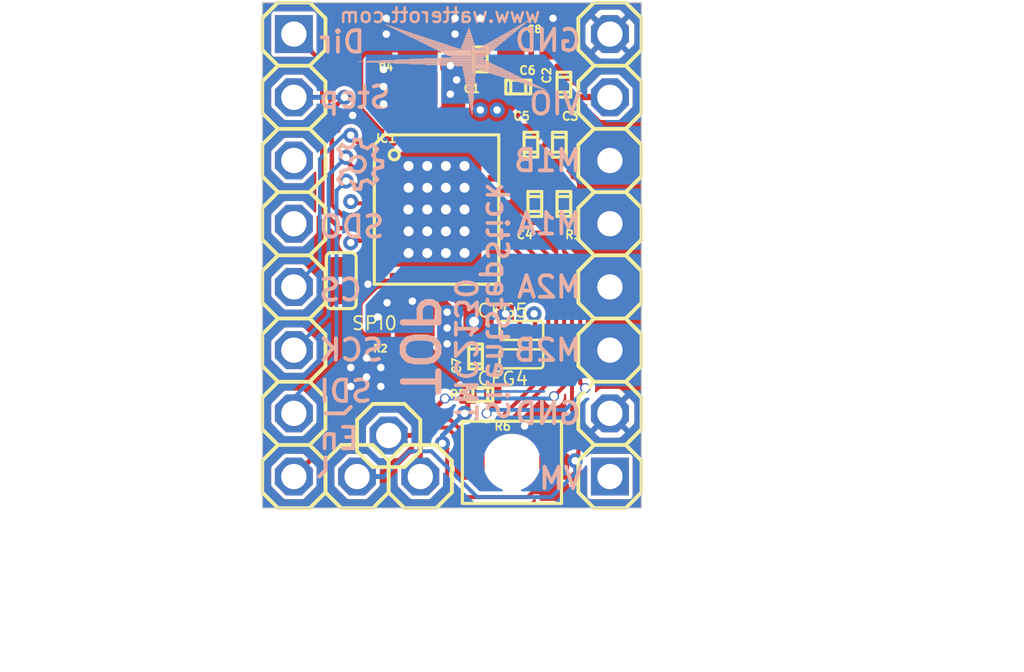
<source format=kicad_pcb>
(kicad_pcb (version 20221018) (generator pcbnew)
  (layers (0 "F.Cu" signal) (1 "In1.Cu" signal) (2 "In2.Cu" signal) (31 "B.Cu" signal) (34 "B.Paste" user) (35 "F.Paste" user) (36 "B.SilkS" user "B.Silkscreen") (37 "F.SilkS" user "F.Silkscreen") (38 "B.Mask" user) (39 "F.Mask" user) (44 "Edge.Cuts" user))
  (net 0 "")
  (net 1 "DIAG0")
  (net 2 "DIAG1")
  (net 3 "STEP")
  (net 4 "DIR")
  (net 5 "VM")
  (net 6 "GND")
  (net 7 "OA1")
  (net 8 "OA2")
  (net 9 "OB2")
  (net 10 "OB1")
  (net 11 "VIO")
  (net 12 "VCC")
  (net 13 "VCP")
  (net 14 "CPI")
  (net 15 "CPO")
  (net 16 "BRA")
  (net 17 "BRB")
  (net 18 "+5V")
  (net 19 "CFG5")
  (net 20 "CFG4")
  (net 21 "IREF")
  (net 22 "CFG-1")
  (net 23 "CFG-2")
  (net 24 "CFG-3")
  (net 25 "CFG-6")
  (net 26 "VREF1")
  (net 27 "CFG-0")
  (net 28 "N$1")
  (footprint "working:PASSER_07MM" (layer "F.Cu") (at 141.6431 112.6236)
    (fp_text reference "X1" hide)
    (fp_text value "PASSER-07" hide)
    (pad "X" smd roundrect (at 0 0) (size 0.7 0.7) (layers "F.Cu") (roundrect_rratio 0.5))
    (zone (net 0) (net_name "") (layer "F.Cu") (connect_pads (clearance 0)) (min_thickness 0.25)
      (keepout (tracks not_allowed) (vias not_allowed) (pads not_allowed) (copperpour not_allowed) (footprints allowed))
      (fill (thermal_gap 0.5) (thermal_bridge_width 0.5))
      (polygon (pts (xy 142.3066 112.6236) (xy 142.28732 112.464814) (xy 142.2306 112.315256) (xy 142.139737 112.183618) (xy 142.020011 112.07755) (xy 141.87838 112.003217) (xy 141.723076 111.964938) (xy 141.563124 111.964938) (xy 141.40782 112.003217) (xy 141.266189 112.07755) (xy 141.146463 112.183618) (xy 141.0556 112.315256) (xy 140.99888 112.464814) (xy 140.9796 112.6236) (xy 140.99888 112.782386) (xy 141.0556 112.931944) (xy 141.146463 113.063582) (xy 141.266189 113.16965) (xy 141.40782 113.243983) (xy 141.563124 113.282262) (xy 141.723076 113.282262) (xy 141.87838 113.243983) (xy 142.020011 113.16965) (xy 142.139737 113.063582) (xy 142.2306 112.931944) (xy 142.28732 112.782386)))
      (polygon (pts (xy 142.1796 112.6236) (xy 142.159705 112.478854) (xy 142.101496 112.344843) (xy 142.00929 112.231507) (xy 141.889925 112.14725) (xy 141.752254 112.098321) (xy 141.606488 112.088351) (xy 141.463437 112.118077) (xy 141.333711 112.185296) (xy 141.226931 112.285021) (xy 141.151016 112.409858) (xy 141.111597 112.550547) (xy 141.111597 112.696653) (xy 141.151016 112.837342) (xy 141.226931 112.962179) (xy 141.333711 113.061904) (xy 141.463437 113.129123) (xy 141.606488 113.158849) (xy 141.752254 113.148879) (xy 141.889925 113.09995) (xy 142.00929 113.015693) (xy 142.101496 112.902357) (xy 142.159705 112.768346)))
    )
  )
  (footprint "working:POT_EVM3R" (layer "F.Cu") (at 150.9141 113.3221 90)
    (fp_text reference "R6" (at 1.4455 0) (layer "F.SilkS") (effects (font (size 0.333248 0.333248) (thickness 0.073152)) (justify right)))
    (fp_text value "20k" hide)
    (pad "" np_thru_hole circle (at 0 0 90) (size 1.8 1.8) (drill 1.8) (layers "*.Cu" "*.Mask"))
    (pad "1" smd roundrect (at -1.2 1.7 90) (size 0.7 1.2) (layers "F.Cu" "F.Paste" "F.Mask") (roundrect_rratio 0.1) (net 26 "VREF1"))
    (pad "2" smd roundrect (at 0 1.7 90) (size 0.7 1.2) (layers "F.Cu" "F.Paste" "F.Mask") (roundrect_rratio 0.1) (net 21 "IREF"))
    (pad "3" smd roundrect (at 1.2 1.7 90) (size 0.7 1.2) (layers "F.Cu" "F.Paste" "F.Mask") (roundrect_rratio 0.1) (net 6 "GND"))
    (pad "MOUNT" smd roundrect (at 0 -1.7 90) (size 1.4 1.2) (layers "F.Cu" "F.Paste" "F.Mask") (roundrect_rratio 0.1))
  )
  (footprint "working:QFN36-PAD" (layer "F.Cu") (at 147.8851 103.1636)
    (fp_text reference "IC1" (at -2.4765 -2.8575) (layer "F.SilkS") (effects (font (size 0.333248 0.333248) (thickness 0.073152)) (justify left)))
    (fp_text value "TMC2100-LA" hide)
    (fp_poly (pts (xy -1.8 2.3) (xy 1.8 2.3) (xy 1.8 -2.3) (xy -1.8 -2.3)) (fill solid) (layer "F.Cu"))
    (pad "1" smd roundrect (at -2.4 -2.25 180) (size 0.7 0.26) (layers "F.Cu" "F.Paste" "F.Mask") (roundrect_rratio 0.1) (net 6 "GND"))
    (pad "2" smd roundrect (at -2.4 -1.75 180) (size 0.7 0.26) (layers "F.Cu" "F.Paste" "F.Mask") (roundrect_rratio 0.1) (net 24 "CFG-3"))
    (pad "3" smd roundrect (at -2.4 -1.25 180) (size 0.7 0.26) (layers "F.Cu" "F.Paste" "F.Mask") (roundrect_rratio 0.1) (net 23 "CFG-2"))
    (pad "4" smd roundrect (at -2.4 -0.75 180) (size 0.7 0.26) (layers "F.Cu" "F.Paste" "F.Mask") (roundrect_rratio 0.1) (net 22 "CFG-1"))
    (pad "5" smd roundrect (at -2.4 -0.25 180) (size 0.7 0.26) (layers "F.Cu" "F.Paste" "F.Mask") (roundrect_rratio 0.1) (net 27 "CFG-0"))
    (pad "6" smd roundrect (at -2.4 0.25 180) (size 0.7 0.26) (layers "F.Cu" "F.Paste" "F.Mask") (roundrect_rratio 0.1) (net 3 "STEP"))
    (pad "7" smd roundrect (at -2.4 0.75 180) (size 0.7 0.26) (layers "F.Cu" "F.Paste" "F.Mask") (roundrect_rratio 0.1) (net 4 "DIR"))
    (pad "8" smd roundrect (at -2.4 1.25 180) (size 0.7 0.26) (layers "F.Cu" "F.Paste" "F.Mask") (roundrect_rratio 0.1) (net 11 "VIO"))
    (pad "9" smd roundrect (at -2.4 1.75 180) (size 0.7 0.26) (layers "F.Cu" "F.Paste" "F.Mask") (roundrect_rratio 0.1))
    (pad "10" smd roundrect (at -2.4 2.25 180) (size 0.7 0.26) (layers "F.Cu" "F.Paste" "F.Mask") (roundrect_rratio 0.1) (net 28 "N$1"))
    (pad "11" smd roundrect (at -1.75 2.9 270) (size 0.7 0.26) (layers "F.Cu" "F.Paste" "F.Mask") (roundrect_rratio 0.1) (net 6 "GND"))
    (pad "12" smd roundrect (at -1.25 2.65 270) (size 1.2 0.26) (layers "F.Cu" "F.Paste" "F.Mask") (roundrect_rratio 0.1) (net 6 "GND"))
    (pad "13" smd roundrect (at -0.75 2.9 270) (size 0.7 0.26) (layers "F.Cu" "F.Paste" "F.Mask") (roundrect_rratio 0.1) (net 10 "OB1"))
    (pad "14" smd roundrect (at -0.25 2.9 270) (size 0.7 0.26) (layers "F.Cu" "F.Paste" "F.Mask") (roundrect_rratio 0.1) (net 17 "BRB"))
    (pad "15" smd roundrect (at 0.25 2.9 270) (size 0.7 0.26) (layers "F.Cu" "F.Paste" "F.Mask") (roundrect_rratio 0.1) (net 9 "OB2"))
    (pad "16" smd roundrect (at 0.75 2.9 270) (size 0.7 0.26) (layers "F.Cu" "F.Paste" "F.Mask") (roundrect_rratio 0.1) (net 5 "VM"))
    (pad "17" smd roundrect (at 1.25 2.9 270) (size 0.7 0.26) (layers "F.Cu" "F.Paste" "F.Mask") (roundrect_rratio 0.1))
    (pad "18" smd roundrect (at 1.75 2.9 270) (size 0.7 0.26) (layers "F.Cu" "F.Paste" "F.Mask") (roundrect_rratio 0.1) (net 20 "CFG4"))
    (pad "19" smd roundrect (at 2.4 2.25) (size 0.7 0.26) (layers "F.Cu" "F.Paste" "F.Mask") (roundrect_rratio 0.1) (net 19 "CFG5"))
    (pad "20" smd roundrect (at 2.4 1.75) (size 0.7 0.26) (layers "F.Cu" "F.Paste" "F.Mask") (roundrect_rratio 0.1) (net 1 "DIAG0"))
    (pad "21" smd roundrect (at 2.4 1.25) (size 0.7 0.26) (layers "F.Cu" "F.Paste" "F.Mask") (roundrect_rratio 0.1) (net 2 "DIAG1"))
    (pad "22" smd roundrect (at 2.4 0.75) (size 0.7 0.26) (layers "F.Cu" "F.Paste" "F.Mask") (roundrect_rratio 0.1) (net 25 "CFG-6"))
    (pad "23" smd roundrect (at 2.4 0.25) (size 0.7 0.26) (layers "F.Cu" "F.Paste" "F.Mask") (roundrect_rratio 0.1) (net 21 "IREF"))
    (pad "24" smd roundrect (at 2.15 -0.25) (size 1.2 0.26) (layers "F.Cu" "F.Paste" "F.Mask") (roundrect_rratio 0.1) (net 6 "GND"))
    (pad "25" smd roundrect (at 2.4 -0.75) (size 0.7 0.26) (layers "F.Cu" "F.Paste" "F.Mask") (roundrect_rratio 0.1) (net 18 "+5V"))
    (pad "26" smd roundrect (at 2.4 -1.25) (size 0.7 0.26) (layers "F.Cu" "F.Paste" "F.Mask") (roundrect_rratio 0.1) (net 12 "VCC"))
    (pad "27" smd roundrect (at 2.4 -1.75) (size 0.7 0.26) (layers "F.Cu" "F.Paste" "F.Mask") (roundrect_rratio 0.1) (net 15 "CPO"))
    (pad "28" smd rect (at 2.4 -2.25) (size 0.7 0.26) (layers "F.Cu" "F.Paste" "F.Mask") (net 14 "CPI"))
    (pad "29" smd roundrect (at 1.75 -2.9 90) (size 0.7 0.26) (layers "F.Cu" "F.Paste" "F.Mask") (roundrect_rratio 0.1) (net 13 "VCP"))
    (pad "30" smd roundrect (at 1.25 -2.9 90) (size 0.7 0.26) (layers "F.Cu" "F.Paste" "F.Mask") (roundrect_rratio 0.1) (net 5 "VM"))
    (pad "31" smd roundrect (at 0.75 -2.9 90) (size 0.7 0.26) (layers "F.Cu" "F.Paste" "F.Mask") (roundrect_rratio 0.1) (net 5 "VM"))
    (pad "32" smd roundrect (at 0.25 -2.9 90) (size 0.7 0.26) (layers "F.Cu" "F.Paste" "F.Mask") (roundrect_rratio 0.1) (net 8 "OA2"))
    (pad "33" smd roundrect (at -0.25 -2.9 90) (size 0.7 0.26) (layers "F.Cu" "F.Paste" "F.Mask") (roundrect_rratio 0.1) (net 16 "BRA"))
    (pad "34" smd roundrect (at -0.75 -2.9 90) (size 0.7 0.26) (layers "F.Cu" "F.Paste" "F.Mask") (roundrect_rratio 0.1) (net 7 "OA1"))
    (pad "35" smd roundrect (at -1.25 -2.65 90) (size 1.2 0.26) (layers "F.Cu" "F.Paste" "F.Mask") (roundrect_rratio 0.1) (net 6 "GND"))
    (pad "36" smd roundrect (at -1.75 -2.9 90) (size 0.7 0.26) (layers "F.Cu" "F.Paste" "F.Mask") (roundrect_rratio 0.1) (net 6 "GND"))
    (pad "TP" smd roundrect (at 0 0) (size 0.6 0.6) (layers "F.Cu" "F.Paste" "F.Mask") (roundrect_rratio 0.1) (net 6 "GND"))
  )
  (footprint "working:1X01" (layer "F.Cu") (at 145.9611 112.2426)
    (fp_text reference "JP3" hide)
    (fp_text value "")
    (pad "1" thru_hole roundrect (at 0 0) (size 1.524 1.524) (drill 1.016) (layers "*.Cu" "*.Mask") (chamfer_ratio 0.2928932188) (chamfer top_left top_right bottom_left bottom_right) (net 1 "DIAG0"))
  )
  (footprint "working:M0805" (layer "F.Cu") (at 147.1311 97.3511 -90)
    (fp_text reference "R4" (at 0.096 1.6145) (layer "F.SilkS") (effects (font (size 0.28956 0.28956) (thickness 0.11684)) (justify left)))
    (fp_text value "R0805/0R11" hide)
    (pad "1" smd rect (at -0.95 0 270) (size 1.3 1.6) (layers "F.Cu" "F.Paste" "F.Mask") (net 6 "GND"))
    (pad "2" smd rect (at 0.95 0 270) (size 1.3 1.6) (layers "F.Cu" "F.Paste" "F.Mask") (net 16 "BRA"))
  )
  (footprint "working:C0402" (layer "F.Cu") (at 153.0011 102.93985)
    (fp_text reference "R1" (at 0.0085 1.23825) (layer "F.SilkS") (effects (font (size 0.333248 0.333248) (thickness 0.073152)) (justify left)))
    (fp_text value "2R2" hide)
    (pad "1" smd roundrect (at 0 -0.5) (size 0.75 0.7) (layers "F.Cu" "F.Paste" "F.Mask") (roundrect_rratio 0.1) (net 12 "VCC"))
    (pad "2" smd roundrect (at 0 0.5) (size 0.75 0.7) (layers "F.Cu" "F.Paste" "F.Mask") (roundrect_rratio 0.1) (net 18 "+5V"))
  )
  (footprint "working:JUMPER3-0201" (layer "F.Cu") (at 151.2951 109.16285 90)
    (fp_text reference "CFG4" (at -0.79375 0.3175) (layer "F.SilkS") (effects (font (size 0.536448 0.536448) (thickness 0.073152)) (justify right)))
    (fp_text value "JUMPER3-0201" hide)
    (pad "1" smd roundrect (at 0 -0.55 180) (size 0.35 0.4) (layers "F.Cu" "F.Paste" "F.Mask") (roundrect_rratio 0.125) (net 6 "GND"))
    (pad "2" smd roundrect (at 0 0 180) (size 0.35 0.4) (layers "F.Cu" "F.Paste" "F.Mask") (roundrect_rratio 0.125) (net 20 "CFG4"))
    (pad "3" smd roundrect (at 0 0.55 180) (size 0.35 0.4) (layers "F.Cu" "F.Paste" "F.Mask") (roundrect_rratio 0.125) (net 11 "VIO"))
  )
  (footprint "working:1X01" (layer "F.Cu") (at 147.2311 113.8936)
    (fp_text reference "JP4" hide)
    (fp_text value "")
    (pad "1" thru_hole roundrect (at 0 0) (size 1.524 1.524) (drill 1.016) (layers "*.Cu" "*.Mask") (chamfer_ratio 0.2928932188) (chamfer top_left top_right bottom_left bottom_right) (net 2 "DIAG1"))
  )
  (footprint "working:C0402" (layer "F.Cu") (at 151.1681 98.24085 90)
    (fp_text reference "C6" (at 0.66675 0) (layer "F.SilkS") (effects (font (size 0.333248 0.333248) (thickness 0.073152)) (justify left)))
    (fp_text value "100n/50V" hide)
    (pad "1" smd roundrect (at 0 -0.5 90) (size 0.75 0.7) (layers "F.Cu" "F.Paste" "F.Mask") (roundrect_rratio 0.1) (net 5 "VM"))
    (pad "2" smd roundrect (at 0 0.5 90) (size 0.75 0.7) (layers "F.Cu" "F.Paste" "F.Mask") (roundrect_rratio 0.1) (net 13 "VCP"))
  )
  (footprint "working:C0402" (layer "F.Cu") (at 149.4536 109.0676)
    (fp_text reference "C7" (at -0.762 0 90) (layer "F.SilkS") (effects (font (size 0.333248 0.333248) (thickness 0.073152)) (justify right)))
    (fp_text value "100n/50V" hide)
    (pad "1" smd roundrect (at 0 -0.5) (size 0.75 0.7) (layers "F.Cu" "F.Paste" "F.Mask") (roundrect_rratio 0.1) (net 5 "VM"))
    (pad "2" smd roundrect (at 0 0.5) (size 0.75 0.7) (layers "F.Cu" "F.Paste" "F.Mask") (roundrect_rratio 0.1) (net 6 "GND"))
  )
  (footprint "working:M0805" (layer "F.Cu") (at 147.0061 108.9136 90)
    (fp_text reference "R2" (at 0.1635 -1.045) (layer "F.SilkS") (effects (font (size 0.28956 0.28956) (thickness 0.11684)) (justify right)))
    (fp_text value "R0805/0R11" hide)
    (pad "1" smd rect (at -0.95 0 90) (size 1.3 1.6) (layers "F.Cu" "F.Paste" "F.Mask") (net 6 "GND"))
    (pad "2" smd rect (at 0.95 0 90) (size 1.3 1.6) (layers "F.Cu" "F.Paste" "F.Mask") (net 17 "BRB"))
  )
  (footprint "working:C0402" (layer "F.Cu") (at 151.6761 100.5586 180)
    (fp_text reference "C5" (at 0 1.143) (layer "F.SilkS") (effects (font (size 0.333248 0.333248) (thickness 0.073152)) (justify right)))
    (fp_text value "22n/50V" hide)
    (pad "1" smd roundrect (at 0 -0.5 180) (size 0.75 0.7) (layers "F.Cu" "F.Paste" "F.Mask") (roundrect_rratio 0.1) (net 15 "CPO"))
    (pad "2" smd roundrect (at 0 0.5 180) (size 0.75 0.7) (layers "F.Cu" "F.Paste" "F.Mask") (roundrect_rratio 0.1) (net 14 "CPI"))
  )
  (footprint "working:C0603" (layer "F.Cu") (at 151.7231 96.6361)
    (fp_text reference "C8" (at -0.2375 -0.713) (layer "F.SilkS") (effects (font (size 0.28956 0.28956) (thickness 0.11684)) (justify left)))
    (fp_text value "1u/50V" hide)
    (pad "1" smd rect (at -0.85 0) (size 1.1 1) (layers "F.Cu" "F.Paste" "F.Mask") (net 5 "VM"))
    (pad "2" smd rect (at 0.85 0) (size 1.1 1) (layers "F.Cu" "F.Paste" "F.Mask") (net 6 "GND"))
  )
  (footprint "working:1X08-S" (layer "F.Cu") (at 154.8511 105.0036 90)
    (fp_text reference "JP2" hide)
    (fp_text value "")
    (pad "1" thru_hole rect (at -8.89 0 90) (size 1.524 1.524) (drill 1.016) (layers "*.Cu" "*.Mask") (net 5 "VM"))
    (pad "2" thru_hole roundrect (at -6.35 0 90) (size 1.524 1.524) (drill 1.016) (layers "*.Cu" "*.Mask") (chamfer_ratio 0.2928932188) (chamfer top_left top_right bottom_left bottom_right) (net 6 "GND"))
    (pad "3" thru_hole roundrect (at -3.81 0 90) (size 1.524 1.524) (drill 1.016) (layers "*.Cu" "*.Mask") (chamfer_ratio 0.2928932188) (chamfer top_left top_right bottom_left bottom_right) (net 9 "OB2"))
    (pad "4" thru_hole roundrect (at -1.27 0 90) (size 1.524 1.524) (drill 1.016) (layers "*.Cu" "*.Mask") (chamfer_ratio 0.2928932188) (chamfer top_left top_right bottom_left bottom_right) (net 10 "OB1"))
    (pad "5" thru_hole roundrect (at 1.27 0 90) (size 1.524 1.524) (drill 1.016) (layers "*.Cu" "*.Mask") (chamfer_ratio 0.2928932188) (chamfer top_left top_right bottom_left bottom_right) (net 7 "OA1"))
    (pad "6" thru_hole roundrect (at 3.81 0 90) (size 1.524 1.524) (drill 1.016) (layers "*.Cu" "*.Mask") (chamfer_ratio 0.2928932188) (chamfer top_left top_right bottom_left bottom_right) (net 8 "OA2"))
    (pad "7" thru_hole roundrect (at 6.35 0 90) (size 1.524 1.524) (drill 1.016) (layers "*.Cu" "*.Mask") (chamfer_ratio 0.2928932188) (chamfer top_left top_right bottom_left bottom_right) (net 11 "VIO"))
    (pad "8" thru_hole roundrect (at 8.89 0 90) (size 1.524 1.524) (drill 1.016) (layers "*.Cu" "*.Mask") (chamfer_ratio 0.2928932188) (chamfer top_left top_right bottom_left bottom_right) (net 6 "GND"))
  )
  (footprint "working:C0402" (layer "F.Cu") (at 149.6441 97.1296 180)
    (fp_text reference "C1" (at -0.03175 -1.17475) (layer "F.SilkS") (effects (font (size 0.333248 0.333248) (thickness 0.073152)) (justify right)))
    (fp_text value "100n/50V" hide)
    (pad "1" smd roundrect (at 0 -0.5 180) (size 0.75 0.7) (layers "F.Cu" "F.Paste" "F.Mask") (roundrect_rratio 0.1) (net 5 "VM"))
    (pad "2" smd roundrect (at 0 0.5 180) (size 0.75 0.7) (layers "F.Cu" "F.Paste" "F.Mask") (roundrect_rratio 0.1) (net 6 "GND"))
  )
  (footprint "working:JUMPER2-0402_NC" (layer "F.Cu") (at 144.0561 106.0196 180)
    (fp_text reference "SPI0" (at -0.381 -1.7145) (layer "F.SilkS") (effects (font (size 0.536448 0.536448) (thickness 0.073152)) (justify left)))
    (fp_text value "JUMPER2-0402-NC" hide)
    (pad "1" smd roundrect (at 0 -0.55 90) (size 0.8 0.9) (layers "F.Cu" "F.Mask") (roundrect_rratio 0.1) (net 6 "GND"))
    (pad "2" smd roundrect (at 0 0.55 90) (size 0.8 0.9) (layers "F.Cu" "F.Mask") (roundrect_rratio 0.1) (net 28 "N$1"))
  )
  (footprint "working:1X01" (layer "F.Cu") (at 144.6911 113.8936)
    (fp_text reference "JP5" hide)
    (fp_text value "")
    (pad "1" thru_hole roundrect (at 0 0) (size 1.524 1.524) (drill 1.016) (layers "*.Cu" "*.Mask") (chamfer_ratio 0.2928932188) (chamfer top_left top_right bottom_left bottom_right) (net 21 "IREF"))
  )
  (footprint "working:C0402" (layer "F.Cu") (at 152.8191 100.5586)
    (fp_text reference "C3" (at 0.0635 -1.143) (layer "F.SilkS") (effects (font (size 0.333248 0.333248) (thickness 0.073152)) (justify left)))
    (fp_text value "470n/10V" hide)
    (pad "1" smd roundrect (at 0 -0.5) (size 0.75 0.7) (layers "F.Cu" "F.Paste" "F.Mask") (roundrect_rratio 0.1) (net 6 "GND"))
    (pad "2" smd roundrect (at 0 0.5) (size 0.75 0.7) (layers "F.Cu" "F.Paste" "F.Mask") (roundrect_rratio 0.1) (net 12 "VCC"))
  )
  (footprint "working:C0402" (layer "F.Cu") (at 153.0011 98.1456)
    (fp_text reference "C2" (at -0.69 0 90) (layer "F.SilkS") (effects (font (size 0.333248 0.333248) (thickness 0.073152)) (justify left)))
    (fp_text value "100n/50V" hide)
    (pad "1" smd roundrect (at 0 -0.5) (size 0.75 0.7) (layers "F.Cu" "F.Paste" "F.Mask") (roundrect_rratio 0.1) (net 6 "GND"))
    (pad "2" smd roundrect (at 0 0.5) (size 0.75 0.7) (layers "F.Cu" "F.Paste" "F.Mask") (roundrect_rratio 0.1) (net 11 "VIO"))
  )
  (footprint "working:PASSER_07MM" (layer "F.Cu") (at 155.4811 97.3836)
    (fp_text reference "X2" hide)
    (fp_text value "PASSER-07" hide)
    (pad "X" smd roundrect (at 0 0) (size 0.7 0.7) (layers "F.Cu") (roundrect_rratio 0.5))
    (zone (net 0) (net_name "") (layer "F.Cu") (connect_pads (clearance 0)) (min_thickness 0.25)
      (keepout (tracks not_allowed) (vias not_allowed) (pads not_allowed) (copperpour not_allowed) (footprints allowed))
      (fill (thermal_gap 0.5) (thermal_bridge_width 0.5))
      (polygon (pts (xy 156.1446 97.3836) (xy 156.12532 97.224814) (xy 156.0686 97.075256) (xy 155.977737 96.943618) (xy 155.858011 96.83755) (xy 155.71638 96.763217) (xy 155.561076 96.724938) (xy 155.401124 96.724938) (xy 155.24582 96.763217) (xy 155.104189 96.83755) (xy 154.984463 96.943618) (xy 154.8936 97.075256) (xy 154.83688 97.224814) (xy 154.8176 97.3836) (xy 154.83688 97.542386) (xy 154.8936 97.691944) (xy 154.984463 97.823582) (xy 155.104189 97.92965) (xy 155.24582 98.003983) (xy 155.401124 98.042262) (xy 155.561076 98.042262) (xy 155.71638 98.003983) (xy 155.858011 97.92965) (xy 155.977737 97.823582) (xy 156.0686 97.691944) (xy 156.12532 97.542386)))
      (polygon (pts (xy 156.0176 97.3836) (xy 155.997705 97.238854) (xy 155.939496 97.104843) (xy 155.84729 96.991507) (xy 155.727925 96.90725) (xy 155.590254 96.858321) (xy 155.444488 96.848351) (xy 155.301437 96.878077) (xy 155.171711 96.945296) (xy 155.064931 97.045021) (xy 154.989016 97.169858) (xy 154.949597 97.310547) (xy 154.949597 97.456653) (xy 154.989016 97.597342) (xy 155.064931 97.722179) (xy 155.171711 97.821904) (xy 155.301437 97.889123) (xy 155.444488 97.918849) (xy 155.590254 97.908879) (xy 155.727925 97.85995) (xy 155.84729 97.775693) (xy 155.939496 97.662357) (xy 155.997705 97.528346)))
    )
  )
  (footprint "working:JUMPER3-0201" (layer "F.Cu") (at 151.2951 108.01985 90)
    (fp_text reference "CFG5" (at 0.79375 0.3175) (layer "F.SilkS") (effects (font (size 0.536448 0.536448) (thickness 0.073152)) (justify right)))
    (fp_text value "JUMPER3-0201" hide)
    (pad "1" smd roundrect (at 0 -0.55 180) (size 0.35 0.4) (layers "F.Cu" "F.Paste" "F.Mask") (roundrect_rratio 0.125) (net 6 "GND"))
    (pad "2" smd roundrect (at 0 0 180) (size 0.35 0.4) (layers "F.Cu" "F.Paste" "F.Mask") (roundrect_rratio 0.125) (net 19 "CFG5"))
    (pad "3" smd roundrect (at 0 0.55 180) (size 0.35 0.4) (layers "F.Cu" "F.Paste" "F.Mask") (roundrect_rratio 0.125) (net 11 "VIO"))
  )
  (footprint "working:C0402" (layer "F.Cu") (at 151.83485 102.93985 180)
    (fp_text reference "C4" (at 0.03175 -1.23825) (layer "F.SilkS") (effects (font (size 0.333248 0.333248) (thickness 0.073152)) (justify right)))
    (fp_text value "4u7/10V" hide)
    (pad "1" smd roundrect (at 0 -0.5 180) (size 0.75 0.7) (layers "F.Cu" "F.Paste" "F.Mask") (roundrect_rratio 0.1) (net 6 "GND"))
    (pad "2" smd roundrect (at 0 0.5 180) (size 0.75 0.7) (layers "F.Cu" "F.Paste" "F.Mask") (roundrect_rratio 0.1) (net 18 "+5V"))
  )
  (footprint "working:C0402" (layer "F.Cu") (at 149.6441 110.5916 90)
    (fp_text reference "R5" (at 0 -1.27) (layer "F.SilkS") (effects (font (size 0.333248 0.333248) (thickness 0.073152)) (justify left)))
    (fp_text value "20k" hide)
    (pad "1" smd roundrect (at 0 -0.5 90) (size 0.75 0.7) (layers "F.Cu" "F.Paste" "F.Mask") (roundrect_rratio 0.1) (net 26 "VREF1"))
    (pad "2" smd roundrect (at 0 0.5 90) (size 0.75 0.7) (layers "F.Cu" "F.Paste" "F.Mask") (roundrect_rratio 0.1) (net 18 "+5V"))
  )
  (footprint "working:1X08-S" (layer "F.Cu") (at 142.1511 105.0036 -90)
    (fp_text reference "JP1" hide)
    (fp_text value "")
    (pad "1" thru_hole rect (at -8.89 0 270) (size 1.524 1.524) (drill 1.016) (layers "*.Cu" "*.Mask") (net 4 "DIR"))
    (pad "2" thru_hole roundrect (at -6.35 0 270) (size 1.524 1.524) (drill 1.016) (layers "*.Cu" "*.Mask") (chamfer_ratio 0.2928932188) (chamfer top_left top_right bottom_left bottom_right) (net 3 "STEP"))
    (pad "3" thru_hole roundrect (at -3.81 0 270) (size 1.524 1.524) (drill 1.016) (layers "*.Cu" "*.Mask") (chamfer_ratio 0.2928932188) (chamfer top_left top_right bottom_left bottom_right))
    (pad "4" thru_hole roundrect (at -1.27 0 270) (size 1.524 1.524) (drill 1.016) (layers "*.Cu" "*.Mask") (chamfer_ratio 0.2928932188) (chamfer top_left top_right bottom_left bottom_right) (net 27 "CFG-0"))
    (pad "5" thru_hole roundrect (at 1.27 0 270) (size 1.524 1.524) (drill 1.016) (layers "*.Cu" "*.Mask") (chamfer_ratio 0.2928932188) (chamfer top_left top_right bottom_left bottom_right) (net 24 "CFG-3"))
    (pad "6" thru_hole roundrect (at 3.81 0 270) (size 1.524 1.524) (drill 1.016) (layers "*.Cu" "*.Mask") (chamfer_ratio 0.2928932188) (chamfer top_left top_right bottom_left bottom_right) (net 23 "CFG-2"))
    (pad "7" thru_hole roundrect (at 6.35 0 270) (size 1.524 1.524) (drill 1.016) (layers "*.Cu" "*.Mask") (chamfer_ratio 0.2928932188) (chamfer top_left top_right bottom_left bottom_right) (net 22 "CFG-1"))
    (pad "8" thru_hole roundrect (at 8.89 0 270) (size 1.524 1.524) (drill 1.016) (layers "*.Cu" "*.Mask") (chamfer_ratio 0.2928932188) (chamfer top_left top_right bottom_left bottom_right) (net 25 "CFG-6"))
  )
  (footprint "working:SPARK_TPLACE_M" (layer "B.Cu") (at 149.1431 97.1296 180)
    (fp_text reference "LOGO2" hide)
    (fp_text value "LOGO-S_PLACE_M" hide)
  )
  (footprint "working:OSHW_6X70" (layer "B.Cu") (at 143.9291 102.3366 90)
    (fp_text reference "LOGO1" hide)
    (fp_text value "OSHW_LOGOX0070" hide)
  )
  (gr_line (start 143.4211 113.6396) (end 143.4211 113.1316) (stroke (width 0.16)) (layer "B.SilkS"))
  (gr_line (start 143.1671 113.8936) (end 143.4211 113.6396) (stroke (width 0.16)) (layer "B.SilkS"))
  (gr_line (start 143.4211 111.3536) (end 144.1831 111.3536) (stroke (width 0.16)) (layer "B.SilkS"))
  (gr_line (start 144.1831 111.3536) (end 144.4371 111.0996) (stroke (width 0.16)) (layer "B.SilkS"))
  (gr_line (start 156.1211 115.1636) (end 156.1211 94.8436) (stroke (width 0.05)) (layer "Edge.Cuts"))
  (gr_line (start 140.8811 94.8436) (end 140.8811 115.1636) (stroke (width 0.05)) (layer "Edge.Cuts"))
  (gr_line (start 140.8811 115.1636) (end 156.1211 115.1636) (stroke (width 0.05)) (layer "Edge.Cuts"))
  (gr_line (start 156.1211 94.8436) (end 140.8811 94.8436) (stroke (width 0.05)) (layer "Edge.Cuts"))
  (gr_text "GND" (at 153.7811 111.8616) (layer "B.SilkS") (effects (font (size 0.8636 0.8636) (thickness 0.1524)) (justify left bottom mirror)))
  (gr_text "Step" (at 143.0811 98.1456) (layer "B.SilkS") (effects (font (size 0.8636 0.8636) (thickness 0.1524)) (justify right top mirror)))
  (gr_text "SDI" (at 143.0811 109.9566) (layer "B.SilkS") (effects (font (size 0.8636 0.8636) (thickness 0.1524)) (justify right top mirror)))
  (gr_text "En" (at 143.0811 111.8616) (layer "B.SilkS") (effects (font (size 0.8636 0.8636) (thickness 0.1524)) (justify right top mirror)))
  (gr_text "www.watterott.com" (at 143.9291 95.0176) (layer "B.SilkS") (effects (font (size 0.58293 0.58293) (thickness 0.10287)) (justify right top mirror)))
  (gr_text "M1B" (at 153.7811 101.7016) (layer "B.SilkS") (effects (font (size 0.8636 0.8636) (thickness 0.1524)) (justify left bottom mirror)))
  (gr_text "SCK" (at 143.0811 108.3056) (layer "B.SilkS") (effects (font (size 0.8636 0.8636) (thickness 0.1524)) (justify right top mirror)))
  (gr_text "Dir" (at 143.0811 95.9231) (layer "B.SilkS") (effects (font (size 0.8636 0.8636) (thickness 0.1524)) (justify right top mirror)))
  (gr_text "GND" (at 153.7811 96.8756) (layer "B.SilkS") (effects (font (size 0.8636 0.8636) (thickness 0.1524)) (justify left bottom mirror)))
  (gr_text "M2A" (at 153.7811 106.7816) (layer "B.SilkS") (effects (font (size 0.8636 0.8636) (thickness 0.1524)) (justify left bottom mirror)))
  (gr_text "TMC2130" (at 148.5461 111.7346 -90) (layer "B.SilkS") (effects (font (size 0.85 0.85)) (justify left bottom mirror)))
  (gr_text "M1A" (at 153.7811 104.2416) (layer "B.SilkS") (effects (font (size 0.8636 0.8636) (thickness 0.1524)) (justify left bottom mirror)))
  (gr_text "SilentStepStick" (at 149.8161 111.7346 -90) (layer "B.SilkS") (effects (font (size 0.85 0.85)) (justify left bottom mirror)))
  (gr_text "TOP" (at 146.3421 110.7821 -90) (layer "B.SilkS") (effects (font (size 1.42494 1.42494) (thickness 0.25146)) (justify left bottom mirror)))
  (gr_text "VM" (at 153.8431 114.4746) (layer "B.SilkS") (effects (font (size 0.8636 0.8636) (thickness 0.1524)) (justify left bottom mirror)))
  (gr_text "M2B" (at 153.7811 109.3216) (layer "B.SilkS") (effects (font (size 0.8636 0.8636) (thickness 0.1524)) (justify left bottom mirror)))
  (gr_text "VIO" (at 153.7811 99.4156) (layer "B.SilkS") (effects (font (size 0.8636 0.8636) (thickness 0.1524)) (justify left bottom mirror)))
  (gr_text "CS" (at 143.0811 105.8926) (layer "B.SilkS") (effects (font (size 0.8636 0.8636) (thickness 0.1524)) (justify right top mirror)))
  (gr_text "SDO" (at 143.0811 103.3526) (layer "B.SilkS") (effects (font (size 0.8636 0.8636) (thickness 0.1524)) (justify right top mirror)))
  (segment (start 148.7551 111.9251) (end 148.4376 111.6076) (width 0.16) (layer "F.Cu") (net 1))
  (segment (start 146.8501 112.2426) (end 145.9611 112.2426) (width 0.2) (layer "F.Cu") (net 1))
  (segment (start 150.6336 104.9136) (end 150.2851 104.9136) (width 0.16) (layer "F.Cu") (net 1))
  (segment (start 147.4851 111.6076) (end 146.8501 112.2426) (width 0.16) (layer "F.Cu") (net 1))
  (segment (start 152.3746 106.6546) (end 150.6336 104.9136) (width 0.16) (layer "F.Cu") (net 1))
  (segment (start 152.3746 109.6391) (end 150.0886 111.9251) (width 0.16) (layer "F.Cu") (net 1))
  (segment (start 148.4376 111.6076) (end 147.4851 111.6076) (width 0.16) (layer "F.Cu") (net 1))
  (segment (start 152.3746 106.6546) (end 152.3746 109.6391) (width 0.16) (layer "F.Cu") (net 1))
  (segment (start 150.0886 111.9251) (end 148.7551 111.9251) (width 0.16) (layer "F.Cu") (net 1))
  (segment (start 150.7051 104.4136) (end 150.2851 104.4136) (width 0.16) (layer "F.Cu") (net 2))
  (segment (start 150.2537 112.2426) (end 148.6281 112.2426) (width 0.16) (layer "F.Cu") (net 2))
  (segment (start 147.8661 111.9251) (end 147.2311 112.5601) (width 0.16) (layer "F.Cu") (net 2))
  (segment (start 152.6921 106.4006) (end 152.6921 109.8042) (width 0.16) (layer "F.Cu") (net 2))
  (segment (start 147.2311 112.5601) (end 147.2311 113.8936) (width 0.2) (layer "F.Cu") (net 2))
  (segment (start 148.3106 111.9251) (end 147.8661 111.9251) (width 0.16) (layer "F.Cu") (net 2))
  (segment (start 152.6921 106.4006) (end 150.7051 104.4136) (width 0.16) (layer "F.Cu") (net 2))
  (segment (start 150.2537 112.2426) (end 152.6921 109.8042) (width 0.16) (layer "F.Cu") (net 2))
  (segment (start 148.6281 112.2426) (end 148.3106 111.9251) (width 0.16) (layer "F.Cu") (net 2))
  (segment (start 143.6751 102.9716) (end 143.6751 99.1616) (width 0.18) (layer "F.Cu") (net 3))
  (segment (start 144.1171 103.4136) (end 143.6751 102.9716) (width 0.18) (layer "F.Cu") (net 3))
  (segment (start 145.4851 103.4136) (end 144.1171 103.4136) (width 0.18) (layer "F.Cu") (net 3))
  (segment (start 143.6751 99.1616) (end 144.1831 98.6536) (width 0.18) (layer "F.Cu") (net 3))
  (via (at 144.1831 98.6536) (size 0.6048) (drill 0.3) (layers "F.Cu" "B.Cu") (net 3))
  (segment (start 144.1831 98.6536) (end 142.1511 98.6536) (width 0.2) (layer "B.Cu") (net 3))
  (segment (start 143.2941 97.2566) (end 142.1511 96.1136) (width 0.18) (layer "F.Cu") (net 4))
  (segment (start 145.4851 103.9136) (end 143.9821 103.9136) (width 0.18) (layer "F.Cu") (net 4))
  (segment (start 143.2941 103.2256) (end 143.2941 97.2566) (width 0.18) (layer "F.Cu") (net 4))
  (segment (start 143.9821 103.9136) (end 143.2941 103.2256) (width 0.18) (layer "F.Cu") (net 4))
  (via (at 149.3901 107.6706) (size 0.7048) (drill 0.4) (layers "F.Cu" "B.Cu") (net 5))
  (via (at 150.3186 99.1636) (size 0.6048) (drill 0.3) (layers "F.Cu" "B.Cu") (net 5))
  (via (at 149.6441 99.1616) (size 0.6048) (drill 0.3) (layers "F.Cu" "B.Cu") (net 5))
  (segment (start 150.0351 102.9136) (end 151.01485 102.9136) (width 0.25) (layer "F.Cu") (net 6))
  (segment (start 151.8111 103.4161) (end 151.83485 103.43985) (width 0.25) (layer "F.Cu") (net 6))
  (segment (start 150.0351 102.9136) (end 149.0101 102.9136) (width 0.25) (layer "F.Cu") (net 6))
  (segment (start 151.51735 103.4161) (end 151.8111 103.4161) (width 0.25) (layer "F.Cu") (net 6))
  (segment (start 146.6351 100.5136) (end 146.6351 100.2636) (width 0.2) (layer "F.Cu") (net 6))
  (segment (start 146.6351 106.0406) (end 146.6121 106.0636) (width 0.18) (layer "F.Cu") (net 6))
  (segment (start 146.1351 100.2636) (end 145.65885 100.2636) (width 0.25) (layer "F.Cu") (net 6))
  (segment (start 145.65885 106.0636) (end 146.1351 106.0636) (width 0.25) (layer "F.Cu") (net 6))
  (segment (start 147.8851 103.1636) (end 149.0101 103.1636) (width 0.2) (layer "F.Cu") (net 6))
  (segment (start 151.01485 102.9136) (end 151.51735 103.4161) (width 0.25) (layer "F.Cu") (net 6))
  (segment (start 149.0101 102.9136) (end 149.0101 103.1636) (width 0.25) (layer "F.Cu") (net 6))
  (segment (start 146.1351 106.0636) (end 146.6121 106.0636) (width 0.25) (layer "F.Cu") (net 6))
  (segment (start 146.6351 100.2636) (end 146.1351 100.2636) (width 0.25) (layer "F.Cu") (net 6))
  (via (at 147.5101 102.2886) (size 0.7048) (drill 0.4) (layers "F.Cu" "B.Cu") (net 6))
  (via (at 149.0101 102.2886) (size 0.7048) (drill 0.4) (layers "F.Cu" "B.Cu") (net 6))
  (via (at 145.1311 106.1636) (size 0.6048) (drill 0.3) (layers "F.Cu" "B.Cu") (net 6))
  (via (at 148.2601 103.1636) (size 0.7048) (drill 0.4) (layers "F.Cu" "B.Cu") (net 6))
  (via (at 149.0101 104.0386) (size 0.7048) (drill 0.4) (layers "F.Cu" "B.Cu") (net 6))
  (via (at 146.7601 104.0386) (size 0.7048) (drill 0.4) (layers "F.Cu" "B.Cu") (net 6))
  (via (at 152.5651 95.4786) (size 0.6048) (drill 0.3) (layers "F.Cu" "B.Cu") (net 6))
  (via (at 148.2601 104.9136) (size 0.7048) (drill 0.4) (layers "F.Cu" "B.Cu") (net 6))
  (via (at 148.2601 101.4136) (size 0.7048) (drill 0.4) (layers "F.Cu" "B.Cu") (net 6))
  (via (at 146.7601 104.9136) (size 0.7048) (drill 0.4) (layers "F.Cu" "B.Cu") (net 6))
  (via (at 145.86585 95.4786) (size 0.6048) (drill 0.3) (layers "F.Cu" "B.Cu") (net 6))
  (via (at 145.6436 110.2741) (size 0.6048) (drill 0.3) (layers "F.Cu" "B.Cu") (net 6))
  (via (at 147.5101 104.0386) (size 0.7048) (drill 0.4) (layers "F.Cu" "B.Cu") (net 6))
  (via (at 144.4371 110.2741) (size 0.6048) (drill 0.3) (layers "F.Cu" "B.Cu") (net 6))
  (via (at 144.4371 109.5121) (size 0.6048) (drill 0.3) (layers "F.Cu" "B.Cu") (net 6))
  (via (at 150.6601 107.3531) (size 0.6048) (drill 0.3) (layers "F.Cu" "B.Cu") (net 6))
  (via (at 147.5101 104.9136) (size 0.7048) (drill 0.4) (layers "F.Cu" "B.Cu") (net 6))
  (via (at 146.7601 102.2886) (size 0.7048) (drill 0.4) (layers "F.Cu" "B.Cu") (net 6))
  (via (at 149.0101 104.9136) (size 0.7048) (drill 0.4) (layers "F.Cu" "B.Cu") (net 6))
  (via (at 145.0721 109.1311) (size 0.6048) (drill 0.3) (layers "F.Cu" "B.Cu") (net 6))
  (via (at 147.5101 103.1636) (size 0.7048) (drill 0.4) (layers "F.Cu" "B.Cu") (net 6))
  (via (at 145.0721 109.8931) (size 0.6048) (drill 0.3) (layers "F.Cu" "B.Cu") (net 6))
  (via (at 149.0101 103.1636) (size 0.7048) (drill 0.4) (layers "F.Cu" "B.Cu") (net 6))
  (via (at 145.6436 109.5121) (size 0.6048) (drill 0.3) (layers "F.Cu" "B.Cu") (net 6))
  (via (at 146.7481 103.1636) (size 0.7048) (drill 0.4) (layers "F.Cu" "B.Cu") (net 6))
  (via (at 146.7601 101.4136) (size 0.4064) (drill 0.4) (layers "F.Cu" "B.Cu") (net 6))
  (via (at 148.6281 96.1136) (size 0.6048) (drill 0.3) (layers "F.Cu" "B.Cu") (net 6))
  (via (at 145.86585 96.1136) (size 0.6048) (drill 0.3) (layers "F.Cu" "B.Cu") (net 6))
  (via (at 144.5141 99.3821) (size 0.6048) (drill 0.3) (layers "F.Cu" "B.Cu") (net 6))
  (via (at 151.4221 111.8616) (size 0.6048) (drill 0.3) (layers "F.Cu" "B.Cu") (net 6))
  (via (at 149.0101 101.4136) (size 0.7048) (drill 0.4) (layers "F.Cu" "B.Cu") (net 6))
  (via (at 148.2601 102.2886) (size 0.7048) (drill 0.4) (layers "F.Cu" "B.Cu") (net 6))
  (via (at 148.6281 95.4786) (size 0.6048) (drill 0.3) (layers "F.Cu" "B.Cu") (net 6))
  (via (at 147.5101 101.4136) (size 0.7048) (drill 0.4) (layers "F.Cu" "B.Cu") (net 6))
  (via (at 148.2601 104.0386) (size 0.7048) (drill 0.4) (layers "F.Cu" "B.Cu") (net 6))
  (via (at 149.6441 95.4786) (size 0.6048) (drill 0.3) (layers "F.Cu" "B.Cu") (net 6))
  (via (at 145.7581 98.2221) (size 0.6048) (drill 0.3) (layers "F.Cu" "B.Cu") (net 7))
  (via (at 145.7581 97.5366) (size 0.6048) (drill 0.3) (layers "F.Cu" "B.Cu") (net 7))
  (via (at 145.7581 98.9206) (size 0.6048) (drill 0.3) (layers "F.Cu" "B.Cu") (net 7))
  (via (at 148.4386 98.5266) (size 0.6048) (drill 0.3) (layers "F.Cu" "B.Cu") (net 8))
  (via (at 148.4386 97.3836) (size 0.6048) (drill 0.3) (layers "F.Cu" "B.Cu") (net 8))
  (via (at 148.6916 97.9551) (size 0.6048) (drill 0.3) (layers "F.Cu" "B.Cu") (net 8))
  (via (at 148.3106 108.5596) (size 0.6048) (drill 0.3) (layers "F.Cu" "B.Cu") (net 9))
  (via (at 148.3106 107.2896) (size 0.6048) (drill 0.3) (layers "F.Cu" "B.Cu") (net 9))
  (via (at 148.3106 107.9246) (size 0.6048) (drill 0.3) (layers "F.Cu" "B.Cu") (net 9))
  (via (at 146.9136 106.8451) (size 0.6048) (drill 0.3) (layers "F.Cu" "B.Cu") (net 10))
  (via (at 145.5166 107.4801) (size 0.6048) (drill 0.3) (layers "F.Cu" "B.Cu") (net 10))
  (via (at 145.8976 106.9086) (size 0.6048) (drill 0.3) (layers "F.Cu" "B.Cu") (net 10))
  (segment (start 151.8451 107.3951) (end 151.8031 107.3531) (width 0.18) (layer "F.Cu") (net 11))
  (segment (start 151.8451 108.01985) (end 151.8451 107.3951) (width 0.18) (layer "F.Cu") (net 11))
  (segment (start 151.8451 109.16285) (end 151.8451 108.01985) (width 0.18) (layer "F.Cu") (net 11))
  (segment (start 153.0011 98.6456) (end 154.8431 98.6456) (width 0.25) (layer "F.Cu") (net 11))
  (segment (start 144.5191 104.4136) (end 144.4371 104.4956) (width 0.18) (layer "F.Cu") (net 11))
  (segment (start 154.8431 98.6456) (end 154.8511 98.6536) (width 0.25) (layer "F.Cu") (net 11))
  (segment (start 145.4851 104.4136) (end 144.5191 104.4136) (width 0.18) (layer "F.Cu") (net 11))
  (via (at 144.4371 104.4956) (size 0.6048) (drill 0.3) (layers "F.Cu" "B.Cu") (net 11))
  (via (at 151.8031 107.3531) (size 0.6048) (drill 0.3) (layers "F.Cu" "B.Cu") (net 11))
  (segment (start 152.8191 101.0586) (end 152.8191 101.7256) (width 0.25) (layer "F.Cu") (net 12))
  (segment (start 153.0011 102.43985) (end 153.0011 101.9086) (width 0.25) (layer "F.Cu") (net 12))
  (segment (start 152.8191 101.7256) (end 152.8186 101.7261) (width 0.25) (layer "F.Cu") (net 12))
  (segment (start 151.22735 101.7261) (end 152.8186 101.7261) (width 0.25) (layer "F.Cu") (net 12))
  (segment (start 150.2851 101.9136) (end 151.03985 101.9136) (width 0.25) (layer "F.Cu") (net 12))
  (segment (start 151.03985 101.9136) (end 151.22735 101.7261) (width 0.25) (layer "F.Cu") (net 12))
  (segment (start 153.0011 101.9086) (end 152.8186 101.7261) (width 0.25) (layer "F.Cu") (net 12))
  (segment (start 151.6681 98.24085) (end 151.6681 98.8521) (width 0.2) (layer "F.Cu") (net 13))
  (segment (start 150.2566 100.2636) (end 151.6681 98.8521) (width 0.2) (layer "F.Cu") (net 13))
  (segment (start 150.2566 100.2636) (end 149.6351 100.2636) (width 0.2) (layer "F.Cu") (net 13))
  (segment (start 151.5571 100.1776) (end 151.6761 100.0586) (width 0.25) (layer "F.Cu") (net 14))
  (segment (start 150.59085 100.9136) (end 150.2851 100.9136) (width 0.25) (layer "F.Cu") (net 14))
  (segment (start 150.59085 100.9136) (end 151.32685 100.1776) (width 0.25) (layer "F.Cu") (net 14))
  (segment (start 151.5071 100.1776) (end 151.5571 100.1776) (width 0.18) (layer "F.Cu") (net 14))
  (segment (start 151.32685 100.1776) (end 151.5071 100.1776) (width 0.25) (layer "F.Cu") (net 14))
  (segment (start 150.85285 101.4136) (end 151.07285 101.1936) (width 0.25) (layer "F.Cu") (net 15))
  (segment (start 151.5411 101.1936) (end 151.6761 101.0586) (width 0.25) (layer "F.Cu") (net 15))
  (segment (start 151.07285 101.1936) (end 151.5411 101.1936) (width 0.25) (layer "F.Cu") (net 15))
  (segment (start 150.85285 101.4136) (end 150.2851 101.4136) (width 0.25) (layer "F.Cu") (net 15))
  (segment (start 147.3811 98.5511) (end 147.1311 98.3011) (width 0.254) (layer "F.Cu") (net 16))
  (segment (start 147.6121 98.7821) (end 147.1311 98.3011) (width 0.4064) (layer "F.Cu") (net 16))
  (segment (start 147.6351 100.2636) (end 147.6351 99.8196) (width 0.254) (layer "F.Cu") (net 16))
  (segment (start 147.6351 99.8196) (end 147.6121 99.7966) (width 0.254) (layer "F.Cu") (net 16))
  (segment (start 147.6121 99.7966) (end 147.6121 98.7821) (width 0.4064) (layer "F.Cu") (net 16))
  (segment (start 147.6121 106.5276) (end 147.6121 107.3576) (width 0.4064) (layer "F.Cu") (net 17))
  (segment (start 147.6351 106.0636) (end 147.6351 106.5046) (width 0.254) (layer "F.Cu") (net 17))
  (segment (start 147.6121 107.3576) (end 147.0061 107.9636) (width 0.16) (layer "F.Cu") (net 17))
  (segment (start 147.6351 106.5046) (end 147.6121 106.5276) (width 0.254) (layer "F.Cu") (net 17))
  (segment (start 153.6573 110.1334) (end 153.6573 105.49255) (width 0.16) (layer "F.Cu") (net 18))
  (segment (start 153.0011 103.43985) (end 153.0011 104.83635) (width 0.16) (layer "F.Cu") (net 18))
  (segment (start 151.8586 102.4636) (end 151.83485 102.43985) (width 0.16) (layer "F.Cu") (net 18))
  (segment (start 153.6573 110.1334) (end 153.8605 110.3366) (width 0.16) (layer "F.Cu") (net 18))
  (segment (start 152.90635 103.43985) (end 151.9301 102.4636) (width 0.16) (layer "F.Cu") (net 18))
  (segment (start 151.9301 102.4636) (end 151.8586 102.4636) (width 0.16) (layer "F.Cu") (net 18))
  (segment (start 150.1441 111.1076) (end 149.8981 111.3536) (width 0.2) (layer "F.Cu") (net 18))
  (segment (start 151.8086 102.4136) (end 151.83485 102.43985) (width 0.25) (layer "F.Cu") (net 18))
  (segment (start 150.2851 102.4136) (end 151.8086 102.4136) (width 0.25) (layer "F.Cu") (net 18))
  (segment (start 153.0011 103.43985) (end 152.90635 103.43985) (width 0.16) (layer "F.Cu") (net 18))
  (segment (start 150.1441 110.5916) (end 150.1441 111.1076) (width 0.2) (layer "F.Cu") (net 18))
  (segment (start 153.6573 105.49255) (end 153.0011 104.83635) (width 0.16) (layer "F.Cu") (net 18))
  (via (at 153.8605 110.3366) (size 0.4064) (drill 0.3) (layers "F.Cu" "B.Cu") (net 18))
  (via (at 149.8981 111.3536) (size 0.4064) (drill 0.3) (layers "F.Cu" "B.Cu") (net 18))
  (segment (start 149.9616 111.2901) (end 149.8981 111.3536) (width 0.16) (layer "B.Cu") (net 18))
  (segment (start 153.0604 111.2139) (end 150.0518 111.2139) (width 0.16) (layer "B.Cu") (net 18))
  (segment (start 153.8605 110.4138) (end 153.0604 111.2139) (width 0.16) (layer "B.Cu") (net 18))
  (segment (start 149.9756 111.2901) (end 149.9616 111.2901) (width 0.16) (layer "B.Cu") (net 18))
  (segment (start 153.8605 110.3366) (end 153.8605 110.4138) (width 0.16) (layer "B.Cu") (net 18))
  (segment (start 150.0518 111.2139) (end 149.9756 111.2901) (width 0.16) (layer "B.Cu") (net 18))
  (segment (start 150.2851 105.4136) (end 150.4351 105.4136) (width 0.18) (layer "F.Cu") (net 19))
  (segment (start 151.2316 106.24185) (end 151.2316 107.95635) (width 0.18) (layer "F.Cu") (net 19))
  (segment (start 150.4351 105.44535) (end 151.2316 106.24185) (width 0.18) (layer "F.Cu") (net 19))
  (segment (start 151.2316 107.95635) (end 151.2951 108.01985) (width 0.18) (layer "F.Cu") (net 19))
  (segment (start 150.4351 105.4136) (end 150.4351 105.44535) (width 0.18) (layer "F.Cu") (net 19))
  (segment (start 150.0886 107.9246) (end 150.2791 108.1151) (width 0.18) (layer "F.Cu") (net 20))
  (segment (start 150.2791 109.5121) (end 150.4696 109.7026) (width 0.18) (layer "F.Cu") (net 20))
  (segment (start 151.2951 109.5121) (end 151.2951 109.16285) (width 0.18) (layer "F.Cu") (net 20))
  (segment (start 150.0886 107.2261) (end 150.0886 107.9246) (width 0.18) (layer "F.Cu") (net 20))
  (segment (start 149.6351 106.0636) (end 149.6351 106.7726) (width 0.18) (layer "F.Cu") (net 20))
  (segment (start 150.4696 109.7026) (end 151.1046 109.7026) (width 0.18) (layer "F.Cu") (net 20))
  (segment (start 150.2791 108.1151) (end 150.2791 109.5121) (width 0.18) (layer "F.Cu") (net 20))
  (segment (start 149.6351 106.7726) (end 150.0886 107.2261) (width 0.18) (layer "F.Cu") (net 20))
  (segment (start 151.1046 109.7026) (end 151.2951 109.5121) (width 0.18) (layer "F.Cu") (net 20))
  (segment (start 153.3271 105.9561) (end 153.3271 111.2266) (width 0.16) (layer "F.Cu") (net 21))
  (segment (start 153.5811 113.1316) (end 153.4541 113.2586) (width 0.18) (layer "F.Cu") (net 21))
  (segment (start 152.6776 113.2586) (end 152.6141 113.3221) (width 0.16) (layer "F.Cu") (net 21))
  (segment (start 153.5811 111.4806) (end 153.5811 113.1316) (width 0.16) (layer "F.Cu") (net 21))
  (segment (start 153.3271 105.9561) (end 150.7846 103.4136) (width 0.16) (layer "F.Cu") (net 21))
  (segment (start 152.5506 113.2586) (end 152.6141 113.3221) (width 0.16) (layer "F.Cu") (net 21))
  (segment (start 150.7846 103.4136) (end 150.2851 103.4136) (width 0.16) (layer "F.Cu") (net 21))
  (segment (start 150.0336 103.4161) (end 150.2876 103.4161) (width 0.16) (layer "F.Cu") (net 21))
  (segment (start 150.2876 103.4161) (end 150.3426 103.4161) (width 0.16) (layer "F.Cu") (net 21))
  (segment (start 152.6522 113.284) (end 152.6141 113.3221) (width 0.16) (layer "F.Cu") (net 21))
  (segment (start 152.6776 113.2586) (end 153.4541 113.2586) (width 0.18) (layer "F.Cu") (net 21))
  (segment (start 153.3271 111.2266) (end 153.5811 111.4806) (width 0.16) (layer "F.Cu") (net 21))
  (segment (start 150.2851 103.4136) (end 150.2876 103.4161) (width 0.16) (layer "F.Cu") (net 21))
  (via (at 153.4541 113.2586) (size 0.6048) (drill 0.3) (layers "F.Cu" "B.Cu") (net 21))
  (segment (start 153.4541 113.2586) (end 153.4541 113.7666) (width 0.16) (layer "B.Cu") (net 21))
  (segment (start 146.7866 112.8776) (end 147.6756 112.8776) (width 0.16) (layer "B.Cu") (net 21))
  (segment (start 149.5171 114.7191) (end 152.5016 114.7191) (width 0.16) (layer "B.Cu") (net 21))
  (segment (start 145.7706 113.8936) (end 146.7866 112.8776) (width 0.16) (layer "B.Cu") (net 21))
  (segment (start 152.5016 114.7191) (end 153.4541 113.7666) (width 0.16) (layer "B.Cu") (net 21))
  (segment (start 144.6911 113.8936) (end 145.7706 113.8936) (width 0.2) (layer "B.Cu") (net 21))
  (segment (start 147.6756 112.8776) (end 149.5171 114.7191) (width 0.16) (layer "B.Cu") (net 21))
  (segment (start 144.8316 102.4136) (end 144.4371 102.0191) (width 0.18) (layer "F.Cu") (net 22))
  (segment (start 145.4851 102.4136) (end 144.8316 102.4136) (width 0.18) (layer "F.Cu") (net 22))
  (segment (start 144.4371 102.0191) (end 144.2466 102.0191) (width 0.18) (layer "F.Cu") (net 22))
  (via (at 144.2466 102.0191) (size 0.6048) (drill 0.3) (layers "F.Cu" "B.Cu") (net 22))
  (segment (start 144.2466 102.0191) (end 143.8656 102.4001) (width 0.16) (layer "B.Cu") (net 22))
  (segment (start 142.1511 110.7186) (end 142.1511 111.3536) (width 0.15) (layer "B.Cu") (net 22))
  (segment (start 143.8656 102.4001) (end 143.8656 106.4641) (width 0.16) (layer "B.Cu") (net 22))
  (segment (start 143.8656 109.0041) (end 142.1511 110.7186) (width 0.15) (layer "B.Cu") (net 22))
  (segment (start 143.8656 106.4641) (end 143.8656 109.0041) (width 0.15) (layer "B.Cu") (net 22))
  (segment (start 144.2466 101.1936) (end 144.2466 101.0666) (width 0.18) (layer "F.Cu") (net 23))
  (segment (start 145.4851 101.9136) (end 144.9666 101.9136) (width 0.18) (layer "F.Cu") (net 23))
  (segment (start 144.9666 101.9136) (end 144.2466 101.1936) (width 0.18) (layer "F.Cu") (net 23))
  (via (at 144.2466 101.0666) (size 0.6048) (drill 0.3) (layers "F.Cu" "B.Cu") (net 23))
  (segment (start 143.5471 106.6536) (end 143.5471 107.4176) (width 0.15) (layer "B.Cu") (net 23))
  (segment (start 144.2466 101.0666) (end 143.5471 101.7661) (width 0.16) (layer "B.Cu") (net 23))
  (segment (start 143.5471 107.4176) (end 142.1511 108.8136) (width 0.15) (layer "B.Cu") (net 23))
  (segment (start 143.5471 101.7661) (end 143.5471 106.6536) (width 0.16) (layer "B.Cu") (net 23))
  (segment (start 145.4851 101.4136) (end 145.0381 101.4136) (width 0.18) (layer "F.Cu") (net 24))
  (segment (start 144.8181 100.5586) (end 144.4371 100.1776) (width 0.18) (layer "F.Cu") (net 24))
  (segment (start 144.8181 101.1936) (end 144.8181 100.5586) (width 0.18) (layer "F.Cu") (net 24))
  (segment (start 145.0381 101.4136) (end 144.8181 101.1936) (width 0.18) (layer "F.Cu") (net 24))
  (via (at 144.4371 100.1776) (size 0.6048) (drill 0.3) (layers "F.Cu" "B.Cu") (net 24))
  (segment (start 143.1936 105.2311) (end 142.1511 106.2736) (width 0.15) (layer "B.Cu") (net 24))
  (segment (start 143.1936 101.13535) (end 144.15135 100.1776) (width 0.16) (layer "B.Cu") (net 24))
  (segment (start 143.1936 101.13535) (end 143.1936 105.2311) (width 0.15) (layer "B.Cu") (net 24))
  (segment (start 144.15135 100.1776) (end 144.4371 100.1776) (width 0.16) (layer "B.Cu") (net 24))
  (segment (start 153.0096 110.2614) (end 152.6052 110.6658) (width 0.16) (layer "F.Cu") (net 25))
  (segment (start 150.74485 103.9136) (end 153.0096 106.17835) (width 0.16) (layer "F.Cu") (net 25))
  (segment (start 150.74485 103.9136) (end 150.2851 103.9136) (width 0.16) (layer "F.Cu") (net 25))
  (segment (start 153.0096 106.17835) (end 153.0096 110.2614) (width 0.16) (layer "F.Cu") (net 25))
  (segment (start 147.8788 111.0996) (end 144.9451 111.0996) (width 0.2) (layer "F.Cu") (net 25))
  (segment (start 147.8788 111.0996) (end 148.2217 110.7567) (width 0.2) (layer "F.Cu") (net 25))
  (segment (start 144.9451 111.0996) (end 142.1511 113.8936) (width 0.2) (layer "F.Cu") (net 25))
  (via (at 152.6052 110.6658) (size 0.4064) (drill 0.3) (layers "F.Cu" "B.Cu") (net 25))
  (via (at 148.2217 110.7567) (size 0.4064) (drill 0.3) (layers "F.Cu" "B.Cu") (net 25))
  (segment (start 152.5143 110.7567) (end 152.6052 110.6658) (width 0.16) (layer "B.Cu") (net 25))
  (segment (start 148.2217 110.7567) (end 152.5143 110.7567) (width 0.16) (layer "B.Cu") (net 25))
  (segment (start 152.6141 114.5221) (end 151.7461 114.5221) (width 0.16) (layer "F.Cu") (net 26))
  (segment (start 151.5491 114.7191) (end 148.6916 114.7191) (width 0.16) (layer "F.Cu") (net 26))
  (segment (start 148.3106 114.3381) (end 148.3106 112.7506) (width 0.16) (layer "F.Cu") (net 26))
  (segment (start 148.6916 114.7191) (end 148.3106 114.3381) (width 0.16) (layer "F.Cu") (net 26))
  (segment (start 149.1441 111.2186) (end 149.0091 111.3536) (width 0.2) (layer "F.Cu") (net 26))
  (segment (start 151.7461 114.5221) (end 151.5491 114.7191) (width 0.16) (layer "F.Cu") (net 26))
  (segment (start 148.3106 112.7506) (end 148.1201 112.5601) (width 0.16) (layer "F.Cu") (net 26))
  (segment (start 149.1441 110.5916) (end 149.1441 111.2186) (width 0.2) (layer "F.Cu") (net 26))
  (via (at 148.1201 112.5601) (size 0.6048) (drill 0.3) (layers "F.Cu" "B.Cu") (net 26))
  (via (at 149.0091 111.3536) (size 0.6048) (drill 0.3) (layers "F.Cu" "B.Cu") (net 26))
  (segment (start 148.1201 112.2426) (end 149.0091 111.3536) (width 0.2) (layer "B.Cu") (net 26))
  (segment (start 148.1201 112.5601) (end 148.1201 112.2426) (width 0.2) (layer "B.Cu") (net 26))
  (segment (start 145.4851 102.9136) (end 144.5061 102.9136) (width 0.15) (layer "F.Cu") (net 27))
  (segment (start 144.5061 102.9136) (end 144.4371 102.8446) (width 0.15) (layer "F.Cu") (net 27))
  (via (at 144.4371 102.8446) (size 0.6048) (drill 0.3) (layers "F.Cu" "B.Cu") (net 27))
  (segment (start 144.0561 105.4136) (end 144.0561 105.4696) (width 0.2) (layer "F.Cu") (net 28))
  (segment (start 145.4851 105.4136) (end 144.0561 105.4136) (width 0.2) (layer "F.Cu") (net 28))
  (zone (net 6) (net_name "GND") (layer "F.Cu") (priority 6) (connect_pads yes (clearance 0.000001)) (min_thickness 0.1) (fill yes (thermal_gap 0.5) (thermal_bridge_width 0.5))
    (polygon (pts (xy 148.249522 109.2461) (xy 149.184306 109.2461) (xy 149.171899 111.0091) (xy 145.7976 111.0091) (xy 145.7976 108.9041) (xy 147.907521 108.9041)))
  )
  (zone (net 7) (net_name "OA1") (layer "F.Cu") (priority 4) (connect_pads yes (clearance 0.000001)) (min_thickness 0.1) (fill yes (thermal_gap 0.5) (thermal_bridge_width 0.5))
    (polygon (pts (xy 146.2291 98.9386) (xy 147.2946 98.9386) (xy 147.2946 100.5751) (xy 146.9736 100.5751) (xy 146.9736 99.79335) (xy 145.804232 99.79335) (xy 145.0946 99.015875) (xy 145.0946 97.1261) (xy 146.2291 97.1261)))
  )
  (zone (net 6) (net_name "GND") (layer "F.Cu") (connect_pads (clearance 0.000001)) (min_thickness 0.085) (fill yes (thermal_gap 0.22) (thermal_bridge_width 0.22))
    (polygon (pts (xy 156.2061 115.2486) (xy 140.7961 115.2486) (xy 140.7961 94.7586) (xy 156.2061 94.7586)))
  )
  (zone (net 10) (net_name "OB1") (layer "F.Cu") (priority 4) (connect_pads yes (clearance 0.000001)) (min_thickness 0.1) (fill yes (thermal_gap 0.5) (thermal_bridge_width 0.5))
    (polygon (pts (xy 147.3311 107.9611) (xy 145.06735 107.9611) (xy 145.06735 107.025929) (xy 145.602179 106.4911) (xy 146.872178 106.4911) (xy 146.97235 106.390928) (xy 146.97235 105.69735) (xy 147.3311 105.69735)))
  )
  (zone (net 5) (net_name "VM") (layer "F.Cu") (priority 6) (connect_pads yes (clearance 0.000001)) (min_thickness 0.1) (fill yes (thermal_gap 0.5) (thermal_bridge_width 0.5))
    (polygon (pts (xy 151.4586 97.183429) (xy 151.4586 97.583771) (xy 151.1411 97.901272) (xy 151.1411 99.171271) (xy 150.606271 99.7061) (xy 149.495022 99.7061) (xy 149.2766 99.924522) (xy 149.2766 100.5751) (xy 148.4716 100.5751) (xy 148.4716 99.931443) (xy 148.571639 99.838706) (xy 149.19485 99.245717) (xy 149.19485 97.2836) (xy 150.047178 97.2836) (xy 150.364679 96.9661) (xy 151.241271 96.9661)))
  )
  (zone (net 8) (net_name "OA2") (layer "F.Cu") (priority 3) (connect_pads yes (clearance 0.000001)) (min_thickness 0.1) (fill yes (thermal_gap 0.5) (thermal_bridge_width 0.5))
    (polygon (pts (xy 149.1061 99.375008) (xy 148.2836 100.157008) (xy 148.2836 100.499129) (xy 147.9756 100.623185) (xy 147.9756 98.933061) (xy 148.0331 98.935061) (xy 148.0331 96.9386) (xy 149.1061 96.9386)))
  )
  (zone (net 6) (net_name "GND") (layer "F.Cu") (priority 6) (connect_pads yes (clearance 0.000001)) (min_thickness 0.1) (fill yes (thermal_gap 0.5) (thermal_bridge_width 0.5))
    (polygon (pts (xy 148.44235 96.472521) (xy 148.066271 96.8486) (xy 145.8611 96.8486) (xy 145.8611 95.0611) (xy 148.44235 95.0611)))
  )
  (zone (net 9) (net_name "OB2") (layer "F.Cu") (priority 3) (connect_pads yes (clearance 0.000001)) (min_thickness 0.1) (fill yes (thermal_gap 0.5) (thermal_bridge_width 0.5))
    (polygon (pts (xy 148.2786 106.481179) (xy 148.982225 107.184804) (xy 148.976798 108.97985) (xy 147.787209 108.97985) (xy 147.830373 106.675906) (xy 147.9796 106.526679) (xy 147.9796 105.7521) (xy 148.2786 105.7521)))
  )
  (zone (net 5) (net_name "VM") (layer "F.Cu") (priority 6) (connect_pads yes (clearance 0.000001)) (min_thickness 0.1) (fill yes (thermal_gap 0.5) (thermal_bridge_width 0.5))
    (polygon (pts (xy 148.7926 106.310726) (xy 150.0436 107.563725) (xy 150.0436 108.8261) (xy 148.9646 108.8261) (xy 148.9646 107.263522) (xy 148.4716 106.770521) (xy 148.4716 105.7521) (xy 148.7926 105.7521)))
  )
  (zone (net 6) (net_name "GND") (layer "B.Cu") (connect_pads (clearance 0.000001)) (min_thickness 0.085) (fill yes (thermal_gap 0.22) (thermal_bridge_width 0.22))
    (polygon (pts (xy 156.2061 115.2486) (xy 140.7961 115.2486) (xy 140.7961 94.7586) (xy 156.2061 94.7586)))
  )
  (zone (net 10) (net_name "OB1") (layer "B.Cu") (priority 4) (connect_pads yes (clearance 0.000001)) (min_thickness 0.1) (fill yes (thermal_gap 0.5) (thermal_bridge_width 0.5))
    (polygon (pts (xy 156.165094 107.6406) (xy 149.1924 107.6406) (xy 149.134901 107.1386) (xy 147.9811 107.1386) (xy 147.9811 108.1226) (xy 145.0311 108.1226) (xy 145.0311 106.999705) (xy 146.460106 105.4406) (xy 149.337678 105.4406) (xy 149.839679 104.9386) (xy 156.23367 104.9386)))
  )
  (zone (net 8) (net_name "OA2") (layer "B.Cu") (priority 2) (connect_pads yes (clearance 0.000001)) (min_thickness 0.1) (fill yes (thermal_gap 0.5) (thermal_bridge_width 0.5))
    (polygon (pts (xy 154.61569 99.8136) (xy 156.2311 99.8136) (xy 156.2311 102.2636) (xy 153.460893 102.2636) (xy 150.710894 99.1386) (xy 147.9061 99.1386) (xy 147.9061 96.9346) (xy 152.236691 96.9346)))
  )
  (zone (net 7) (net_name "OA1") (layer "B.Cu") (priority 3) (connect_pads yes (clearance 0.000001)) (min_thickness 0.1) (fill yes (thermal_gap 0.5) (thermal_bridge_width 0.5))
    (polygon (pts (xy 147.9186 99.0636) (xy 150.80248 99.0636) (xy 153.55248 102.3136) (xy 156.2311 102.3136) (xy 156.2311 105.1386) (xy 153.086952 105.1386) (xy 149.209952 100.8866) (xy 146.583101 100.8866) (xy 145.0311 99.075587) (xy 145.0311 96.9386) (xy 147.9186 96.9386)))
  )
  (zone (net 9) (net_name "OB2") (layer "B.Cu") (priority 6) (connect_pads yes (clearance 0.000001)) (min_thickness 0.1) (fill yes (thermal_gap 0.5) (thermal_bridge_width 0.5))
    (polygon (pts (xy 148.966331 107.7561) (xy 156.2311 107.7561) (xy 156.2311 110.265629) (xy 149.096932 110.26359) (xy 147.9061 109.272991) (xy 147.9061 107.031968) (xy 148.947829 107.030734)))
  )
)
</source>
